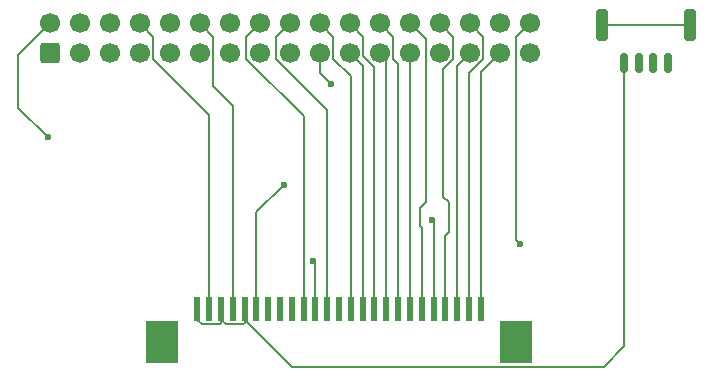
<source format=gbr>
%TF.GenerationSoftware,KiCad,Pcbnew,9.0.7*%
%TF.CreationDate,2026-02-17T16:16:18+01:00*%
%TF.ProjectId,FDD-Final,4644442d-4669-46e6-916c-2e6b69636164,rev?*%
%TF.SameCoordinates,Original*%
%TF.FileFunction,Copper,L1,Top*%
%TF.FilePolarity,Positive*%
%FSLAX46Y46*%
G04 Gerber Fmt 4.6, Leading zero omitted, Abs format (unit mm)*
G04 Created by KiCad (PCBNEW 9.0.7) date 2026-02-17 16:16:18*
%MOMM*%
%LPD*%
G01*
G04 APERTURE LIST*
G04 Aperture macros list*
%AMRoundRect*
0 Rectangle with rounded corners*
0 $1 Rounding radius*
0 $2 $3 $4 $5 $6 $7 $8 $9 X,Y pos of 4 corners*
0 Add a 4 corners polygon primitive as box body*
4,1,4,$2,$3,$4,$5,$6,$7,$8,$9,$2,$3,0*
0 Add four circle primitives for the rounded corners*
1,1,$1+$1,$2,$3*
1,1,$1+$1,$4,$5*
1,1,$1+$1,$6,$7*
1,1,$1+$1,$8,$9*
0 Add four rect primitives between the rounded corners*
20,1,$1+$1,$2,$3,$4,$5,0*
20,1,$1+$1,$4,$5,$6,$7,0*
20,1,$1+$1,$6,$7,$8,$9,0*
20,1,$1+$1,$8,$9,$2,$3,0*%
G04 Aperture macros list end*
%TA.AperFunction,SMDPad,CuDef*%
%ADD10R,0.610000X2.000000*%
%TD*%
%TA.AperFunction,SMDPad,CuDef*%
%ADD11R,2.680000X3.600000*%
%TD*%
%TA.AperFunction,SMDPad,CuDef*%
%ADD12RoundRect,0.150000X0.150000X0.700000X-0.150000X0.700000X-0.150000X-0.700000X0.150000X-0.700000X0*%
%TD*%
%TA.AperFunction,SMDPad,CuDef*%
%ADD13RoundRect,0.250000X0.250000X1.100000X-0.250000X1.100000X-0.250000X-1.100000X0.250000X-1.100000X0*%
%TD*%
%TA.AperFunction,ComponentPad*%
%ADD14RoundRect,0.250000X0.600000X-0.600000X0.600000X0.600000X-0.600000X0.600000X-0.600000X-0.600000X0*%
%TD*%
%TA.AperFunction,ComponentPad*%
%ADD15C,1.700000*%
%TD*%
%TA.AperFunction,ViaPad*%
%ADD16C,0.600000*%
%TD*%
%TA.AperFunction,Conductor*%
%ADD17C,0.200000*%
%TD*%
G04 APERTURE END LIST*
D10*
%TO.P,J1,1,Pin_1*%
%TO.N,5V*%
X137665500Y-105517740D03*
%TO.P,J1,2,Pin_2*%
%TO.N,INDEX*%
X138665500Y-105517740D03*
%TO.P,J1,3,Pin_3*%
%TO.N,5V*%
X139665500Y-105517740D03*
%TO.P,J1,4,Pin_4*%
%TO.N,DRIVE SELECT*%
X140665500Y-105517740D03*
%TO.P,J1,5,Pin_5*%
%TO.N,5V*%
X141665500Y-105517740D03*
%TO.P,J1,6,Pin_6*%
%TO.N,DISK CHANGE*%
X142665500Y-105517740D03*
%TO.P,J1,7,Pin_7*%
%TO.N,unconnected-(J1-Pin_7-Pad7)*%
X143665500Y-105517740D03*
%TO.P,J1,8,Pin_8*%
%TO.N,unconnected-(J1-Pin_8-Pad8)*%
X144665500Y-105517740D03*
%TO.P,J1,9,Pin_9*%
%TO.N,unconnected-(J1-Pin_9-Pad9)*%
X145665500Y-105517740D03*
%TO.P,J1,10,Pin_10*%
%TO.N,MOTOR ENABLE*%
X146665500Y-105517740D03*
%TO.P,J1,11,Pin_11*%
%TO.N,DENSITY*%
X147665500Y-105517740D03*
%TO.P,J1,12,Pin_12*%
%TO.N,DIRECTION*%
X148665500Y-105517740D03*
%TO.P,J1,13,Pin_13*%
%TO.N,unconnected-(J1-Pin_13-Pad13)*%
X149665500Y-105517740D03*
%TO.P,J1,14,Pin_14*%
%TO.N,STEP*%
X150665500Y-105517740D03*
%TO.P,J1,15,Pin_15*%
%TO.N,GND*%
X151665500Y-105517740D03*
%TO.P,J1,16,Pin_16*%
%TO.N,WRITE DATA*%
X152665500Y-105517740D03*
%TO.P,J1,17,Pin_17*%
%TO.N,GND*%
X153665500Y-105517740D03*
%TO.P,J1,18,Pin_18*%
%TO.N,WRITE GATE*%
X154665500Y-105517740D03*
%TO.P,J1,19,Pin_19*%
%TO.N,Net-(J1-Pin_19)*%
X155665500Y-105517740D03*
%TO.P,J1,20,Pin_20*%
%TO.N,TRACK 0*%
X156665500Y-105517740D03*
%TO.P,J1,21,Pin_21*%
%TO.N,GND*%
X157665500Y-105517740D03*
%TO.P,J1,22,Pin_22*%
%TO.N,WRITE PROTECT*%
X158665500Y-105517740D03*
%TO.P,J1,23,Pin_23*%
%TO.N,GND*%
X159665500Y-105517740D03*
%TO.P,J1,24,Pin_24*%
%TO.N,READ DATA*%
X160665500Y-105517740D03*
%TO.P,J1,25,Pin_25*%
%TO.N,GND*%
X161665500Y-105517740D03*
D11*
%TO.P,J1,MP*%
%TO.N,N/C*%
X134675500Y-108317740D03*
X164655500Y-108317740D03*
%TD*%
D12*
%TO.P,J3,1,Pin_1*%
%TO.N,unconnected-(J3-Pin_1-Pad1)*%
X177540500Y-84667740D03*
%TO.P,J3,2,Pin_2*%
%TO.N,unconnected-(J3-Pin_2-Pad2)*%
X176290500Y-84667740D03*
%TO.P,J3,3,Pin_3*%
%TO.N,unconnected-(J3-Pin_3-Pad3)*%
X175040500Y-84667740D03*
%TO.P,J3,4,Pin_4*%
%TO.N,5V*%
X173790500Y-84667740D03*
D13*
%TO.P,J3,MP,MountPin*%
%TO.N,unconnected-(J3-MountPin-PadMP)*%
X179390500Y-81467740D03*
X171940500Y-81467740D03*
%TD*%
D14*
%TO.P,J2,1,Pin_1*%
%TO.N,unconnected-(J2-Pin_1-Pad1)*%
X125165500Y-83857740D03*
D15*
%TO.P,J2,2,Pin_2*%
%TO.N,DENSITY*%
X125165500Y-81317740D03*
%TO.P,J2,3,Pin_3*%
%TO.N,unconnected-(J2-Pin_3-Pad3)*%
X127705500Y-83857740D03*
%TO.P,J2,4,Pin_4*%
%TO.N,unconnected-(J2-Pin_4-Pad4)*%
X127705500Y-81317740D03*
%TO.P,J2,5,Pin_5*%
%TO.N,unconnected-(J2-Pin_5-Pad5)*%
X130245500Y-83857740D03*
%TO.P,J2,6,Pin_6*%
%TO.N,unconnected-(J2-Pin_6-Pad6)*%
X130245500Y-81317740D03*
%TO.P,J2,7,Pin_7*%
%TO.N,unconnected-(J2-Pin_7-Pad7)*%
X132785500Y-83857740D03*
%TO.P,J2,8,Pin_8*%
%TO.N,INDEX*%
X132785500Y-81317740D03*
%TO.P,J2,9,Pin_9*%
%TO.N,unconnected-(J2-Pin_9-Pad9)*%
X135325500Y-83857740D03*
%TO.P,J2,10,Pin_10*%
%TO.N,unconnected-(J2-Pin_10-Pad10)*%
X135325500Y-81317740D03*
%TO.P,J2,11,Pin_11*%
%TO.N,unconnected-(J2-Pin_11-Pad11)*%
X137865500Y-83857740D03*
%TO.P,J2,12,Pin_12*%
%TO.N,DRIVE SELECT*%
X137865500Y-81317740D03*
%TO.P,J2,13,Pin_13*%
%TO.N,unconnected-(J2-Pin_13-Pad13)*%
X140405500Y-83857740D03*
%TO.P,J2,14,Pin_14*%
%TO.N,unconnected-(J2-Pin_14-Pad14)*%
X140405500Y-81317740D03*
%TO.P,J2,15,Pin_15*%
%TO.N,unconnected-(J2-Pin_15-Pad15)*%
X142945500Y-83857740D03*
%TO.P,J2,16,Pin_16*%
%TO.N,MOTOR ENABLE*%
X142945500Y-81317740D03*
%TO.P,J2,17,Pin_17*%
%TO.N,unconnected-(J2-Pin_17-Pad17)*%
X145485500Y-83857740D03*
%TO.P,J2,18,Pin_18*%
%TO.N,DIRECTION*%
X145485500Y-81317740D03*
%TO.P,J2,19,Pin_19*%
%TO.N,GND*%
X148025500Y-83857740D03*
%TO.P,J2,20,Pin_20*%
%TO.N,STEP*%
X148025500Y-81317740D03*
%TO.P,J2,21,Pin_21*%
%TO.N,GND*%
X150565500Y-83857740D03*
%TO.P,J2,22,Pin_22*%
%TO.N,WRITE DATA*%
X150565500Y-81317740D03*
%TO.P,J2,23,Pin_23*%
%TO.N,GND*%
X153105500Y-83857740D03*
%TO.P,J2,24,Pin_24*%
%TO.N,WRITE GATE*%
X153105500Y-81317740D03*
%TO.P,J2,25,Pin_25*%
%TO.N,Net-(J1-Pin_19)*%
X155645500Y-83857740D03*
%TO.P,J2,26,Pin_26*%
%TO.N,TRACK 0*%
X155645500Y-81317740D03*
%TO.P,J2,27,Pin_27*%
%TO.N,unconnected-(J2-Pin_27-Pad27)*%
X158185500Y-83857740D03*
%TO.P,J2,28,Pin_28*%
%TO.N,WRITE PROTECT*%
X158185500Y-81317740D03*
%TO.P,J2,29,Pin_29*%
%TO.N,GND*%
X160725500Y-83857740D03*
%TO.P,J2,30,Pin_30*%
%TO.N,READ DATA*%
X160725500Y-81317740D03*
%TO.P,J2,31,Pin_31*%
%TO.N,GND*%
X163265500Y-83857740D03*
%TO.P,J2,32,Pin_32*%
%TO.N,HEAD SELECT*%
X163265500Y-81317740D03*
%TO.P,J2,33,Pin_33*%
%TO.N,unconnected-(J2-Pin_33-Pad33)*%
X165805500Y-83857740D03*
%TO.P,J2,34,Pin_34*%
%TO.N,DISK CHANGE*%
X165805500Y-81317740D03*
%TD*%
D16*
%TO.N,GND*%
X149000000Y-86500000D03*
X157500000Y-98000000D03*
%TO.N,DENSITY*%
X147500000Y-101500000D03*
X125000000Y-91000000D03*
%TO.N,DISK CHANGE*%
X165000000Y-100000000D03*
X145000000Y-95000000D03*
%TD*%
D17*
%TO.N,INDEX*%
X133936500Y-84334500D02*
X133936500Y-82468740D01*
X138665500Y-105517740D02*
X138665500Y-89063500D01*
X138665500Y-89063500D02*
X133936500Y-84334500D01*
X133936500Y-82468740D02*
X132785500Y-81317740D01*
%TO.N,Net-(J1-Pin_19)*%
X155645500Y-83857740D02*
X155645500Y-105497740D01*
X155645500Y-105497740D02*
X155665500Y-105517740D01*
%TO.N,GND*%
X159665500Y-84917740D02*
X159665500Y-105517740D01*
X157665500Y-98165500D02*
X157500000Y-98000000D01*
X161665500Y-85457740D02*
X161665500Y-105517740D01*
X150565500Y-83857740D02*
X151665500Y-84957740D01*
X153665500Y-84417740D02*
X153665500Y-105517740D01*
X163265500Y-83857740D02*
X161665500Y-85457740D01*
X157665500Y-105517740D02*
X157665500Y-98165500D01*
X160725500Y-83857740D02*
X159665500Y-84917740D01*
X151665500Y-84957740D02*
X151665500Y-105517740D01*
X148025500Y-85525500D02*
X148025500Y-83857740D01*
X149000000Y-86500000D02*
X148025500Y-85525500D01*
X153105500Y-83857740D02*
X153665500Y-84417740D01*
%TO.N,READ DATA*%
X161876500Y-82468740D02*
X160725500Y-81317740D01*
X160665500Y-105517740D02*
X160665500Y-85545500D01*
X160665500Y-85545500D02*
X161876500Y-84334500D01*
X161876500Y-84334500D02*
X161876500Y-82468740D01*
%TO.N,DENSITY*%
X122500000Y-88500000D02*
X122500000Y-83983240D01*
X122500000Y-83983240D02*
X125165500Y-81317740D01*
X147665500Y-101665500D02*
X147500000Y-101500000D01*
X125000000Y-91000000D02*
X122500000Y-88500000D01*
X147665500Y-105517740D02*
X147665500Y-101665500D01*
%TO.N,DRIVE SELECT*%
X139016500Y-82468740D02*
X137865500Y-81317740D01*
X139016500Y-86668740D02*
X139016500Y-82468740D01*
X140665500Y-88317740D02*
X139016500Y-86668740D01*
X140665500Y-105517740D02*
X140665500Y-88317740D01*
%TO.N,5V*%
X141665500Y-106717740D02*
X141665500Y-105517740D01*
X137665500Y-106424740D02*
X138059500Y-106818740D01*
X141665500Y-106424740D02*
X145659500Y-110418740D01*
X173790500Y-108692740D02*
X173790500Y-84667740D01*
X141665500Y-105517740D02*
X141665500Y-106424740D01*
X139564500Y-106818740D02*
X139665500Y-106717740D01*
X138059500Y-106818740D02*
X139564500Y-106818740D01*
X172064500Y-110418740D02*
X173790500Y-108692740D01*
X140059500Y-106818740D02*
X141564500Y-106818740D01*
X137665500Y-105517740D02*
X137665500Y-106424740D01*
X139665500Y-106717740D02*
X139665500Y-105517740D01*
X139665500Y-106424740D02*
X140059500Y-106818740D01*
X139665500Y-105517740D02*
X139665500Y-106424740D01*
X145659500Y-110418740D02*
X172064500Y-110418740D01*
X141564500Y-106818740D02*
X141665500Y-106717740D01*
%TO.N,DIRECTION*%
X148665500Y-105517740D02*
X148665500Y-88665500D01*
X144334500Y-82468740D02*
X145485500Y-81317740D01*
X148665500Y-88665500D02*
X144334500Y-84334500D01*
X144334500Y-84334500D02*
X144334500Y-82468740D01*
%TO.N,WRITE GATE*%
X154665500Y-105517740D02*
X154665500Y-84743500D01*
X154665500Y-84743500D02*
X154256500Y-84334500D01*
X154256500Y-84334500D02*
X154256500Y-82468740D01*
X154256500Y-82468740D02*
X153105500Y-81317740D01*
%TO.N,DISK CHANGE*%
X142665500Y-105517740D02*
X142665500Y-97334500D01*
X165000000Y-100000000D02*
X164654500Y-99654500D01*
X164654500Y-82468740D02*
X165805500Y-81317740D01*
X142665500Y-97334500D02*
X145000000Y-95000000D01*
X164654500Y-99654500D02*
X164654500Y-82468740D01*
%TO.N,WRITE PROTECT*%
X158500000Y-96000000D02*
X158500000Y-85171000D01*
X158665500Y-105517740D02*
X158665500Y-99334500D01*
X159000000Y-99000000D02*
X159000000Y-96500000D01*
X158500000Y-85171000D02*
X159336500Y-84334500D01*
X159336500Y-82468740D02*
X158185500Y-81317740D01*
X159000000Y-96500000D02*
X158500000Y-96000000D01*
X159336500Y-84334500D02*
X159336500Y-82468740D01*
X158665500Y-99334500D02*
X159000000Y-99000000D01*
%TO.N,MOTOR ENABLE*%
X141794500Y-82468740D02*
X142945500Y-81317740D01*
X146665500Y-89205500D02*
X141794500Y-84334500D01*
X141794500Y-84334500D02*
X141794500Y-82468740D01*
X146665500Y-105517740D02*
X146665500Y-89205500D01*
%TO.N,WRITE DATA*%
X151716500Y-84096500D02*
X151716500Y-82468740D01*
X152665500Y-85045500D02*
X151716500Y-84096500D01*
X152665500Y-105517740D02*
X152665500Y-85045500D01*
X151716500Y-82468740D02*
X150565500Y-81317740D01*
%TO.N,STEP*%
X149176500Y-84334500D02*
X149176500Y-82468740D01*
X150665500Y-105517740D02*
X150665500Y-85823500D01*
X150665500Y-85823500D02*
X149176500Y-84334500D01*
X149176500Y-82468740D02*
X148025500Y-81317740D01*
%TO.N,TRACK 0*%
X156500000Y-97000000D02*
X157000000Y-96500000D01*
X156665500Y-105517740D02*
X156665500Y-98665500D01*
X156500000Y-98500000D02*
X156500000Y-97000000D01*
X156665500Y-98665500D02*
X156500000Y-98500000D01*
X156665500Y-105517740D02*
X156796500Y-105386740D01*
X157000000Y-82672240D02*
X155645500Y-81317740D01*
X157000000Y-96500000D02*
X157000000Y-82672240D01*
%TO.N,unconnected-(J3-MountPin-PadMP)*%
X171940500Y-81467740D02*
X179390500Y-81467740D01*
%TD*%
M02*

</source>
